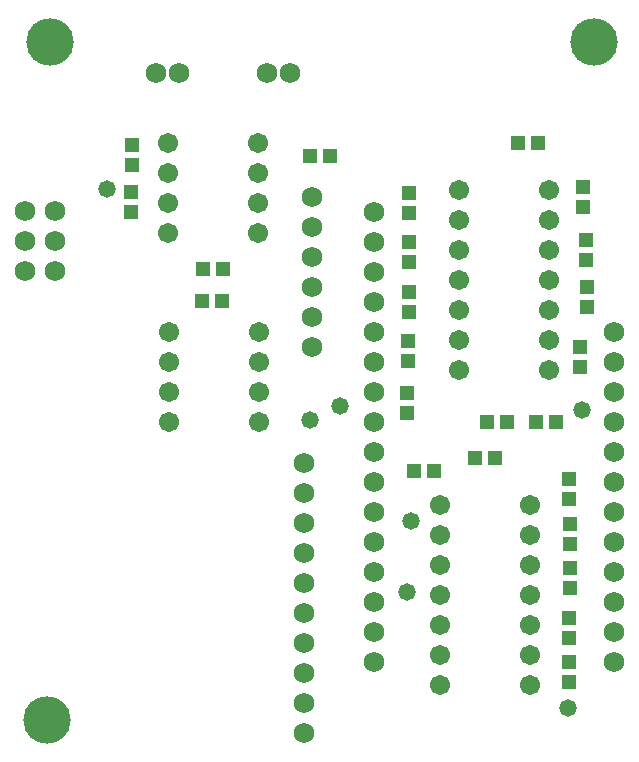
<source format=gts>
G04 Layer_Color=8388736*
%FSAX25Y25*%
%MOIN*%
G70*
G01*
G75*
%ADD17R,0.04737X0.05131*%
%ADD18R,0.05131X0.04737*%
%ADD19C,0.06706*%
%ADD20C,0.06800*%
%ADD21C,0.15800*%
%ADD22C,0.05800*%
D17*
X0229100Y0315953D02*
D03*
Y0322646D02*
D03*
X0380500Y0290947D02*
D03*
Y0284254D02*
D03*
X0380800Y0275346D02*
D03*
Y0268653D02*
D03*
X0378700Y0255346D02*
D03*
Y0248654D02*
D03*
X0379500Y0301954D02*
D03*
Y0308646D02*
D03*
X0320900Y0233353D02*
D03*
Y0240047D02*
D03*
X0321200Y0250654D02*
D03*
Y0257347D02*
D03*
X0321400Y0267054D02*
D03*
Y0273746D02*
D03*
X0321600Y0283554D02*
D03*
Y0290247D02*
D03*
X0321500Y0300054D02*
D03*
Y0306747D02*
D03*
X0375000Y0204453D02*
D03*
Y0211146D02*
D03*
X0375100Y0189753D02*
D03*
Y0196447D02*
D03*
X0375200Y0175054D02*
D03*
Y0181746D02*
D03*
X0375000Y0158153D02*
D03*
Y0164847D02*
D03*
X0374900Y0143553D02*
D03*
Y0150247D02*
D03*
X0229000Y0300354D02*
D03*
Y0307047D02*
D03*
D18*
X0370547Y0230400D02*
D03*
X0363854D02*
D03*
X0357753Y0323300D02*
D03*
X0364446D02*
D03*
X0347553Y0230300D02*
D03*
X0354246D02*
D03*
X0343454Y0218400D02*
D03*
X0350147D02*
D03*
X0323253Y0214100D02*
D03*
X0329946D02*
D03*
X0288653Y0319100D02*
D03*
X0295346D02*
D03*
X0252753Y0281300D02*
D03*
X0259447D02*
D03*
X0252554Y0270500D02*
D03*
X0259246D02*
D03*
D19*
X0361800Y0142500D02*
D03*
Y0152500D02*
D03*
Y0162500D02*
D03*
Y0172500D02*
D03*
Y0182500D02*
D03*
Y0192500D02*
D03*
Y0202500D02*
D03*
X0331800D02*
D03*
Y0192500D02*
D03*
Y0182500D02*
D03*
Y0172500D02*
D03*
Y0162500D02*
D03*
Y0152500D02*
D03*
Y0142500D02*
D03*
X0338200Y0307600D02*
D03*
Y0297600D02*
D03*
Y0287600D02*
D03*
Y0277600D02*
D03*
Y0267600D02*
D03*
Y0257600D02*
D03*
Y0247600D02*
D03*
X0368200D02*
D03*
Y0257600D02*
D03*
Y0267600D02*
D03*
Y0277600D02*
D03*
Y0287600D02*
D03*
Y0297600D02*
D03*
Y0307600D02*
D03*
X0241100Y0293300D02*
D03*
Y0303300D02*
D03*
Y0313300D02*
D03*
Y0323300D02*
D03*
X0271100Y0313300D02*
D03*
Y0323300D02*
D03*
Y0293300D02*
D03*
Y0303300D02*
D03*
X0241400Y0230200D02*
D03*
Y0240200D02*
D03*
Y0250200D02*
D03*
Y0260200D02*
D03*
X0271400Y0230200D02*
D03*
Y0240200D02*
D03*
Y0250200D02*
D03*
Y0260200D02*
D03*
D20*
X0286400Y0176700D02*
D03*
Y0186700D02*
D03*
Y0196700D02*
D03*
Y0206700D02*
D03*
Y0216700D02*
D03*
Y0166700D02*
D03*
Y0156700D02*
D03*
Y0146700D02*
D03*
Y0136700D02*
D03*
Y0126700D02*
D03*
X0289200Y0305200D02*
D03*
Y0295200D02*
D03*
Y0285200D02*
D03*
Y0275200D02*
D03*
Y0265200D02*
D03*
Y0255200D02*
D03*
X0245000Y0346500D02*
D03*
X0237100D02*
D03*
X0274100D02*
D03*
X0282000D02*
D03*
X0193700Y0280500D02*
D03*
Y0290500D02*
D03*
Y0300500D02*
D03*
X0203700Y0280500D02*
D03*
Y0290500D02*
D03*
Y0300500D02*
D03*
X0309900Y0160300D02*
D03*
Y0150300D02*
D03*
Y0200300D02*
D03*
Y0210300D02*
D03*
Y0230300D02*
D03*
Y0220300D02*
D03*
Y0250300D02*
D03*
Y0240300D02*
D03*
Y0270300D02*
D03*
Y0260300D02*
D03*
Y0290300D02*
D03*
Y0280300D02*
D03*
Y0300300D02*
D03*
Y0170300D02*
D03*
X0389900Y0160300D02*
D03*
X0309900Y0190300D02*
D03*
Y0180300D02*
D03*
X0389900Y0170300D02*
D03*
Y0150300D02*
D03*
Y0180300D02*
D03*
Y0250300D02*
D03*
Y0240300D02*
D03*
Y0260300D02*
D03*
Y0200300D02*
D03*
Y0190300D02*
D03*
Y0230300D02*
D03*
Y0210300D02*
D03*
Y0220300D02*
D03*
D21*
X0201800Y0356800D02*
D03*
X0383200Y0357100D02*
D03*
X0200800Y0130900D02*
D03*
D22*
X0320900Y0173700D02*
D03*
X0220900Y0307800D02*
D03*
X0322300Y0197200D02*
D03*
X0379300Y0234300D02*
D03*
X0298700Y0235500D02*
D03*
X0374400Y0134800D02*
D03*
X0288600Y0230900D02*
D03*
M02*

</source>
